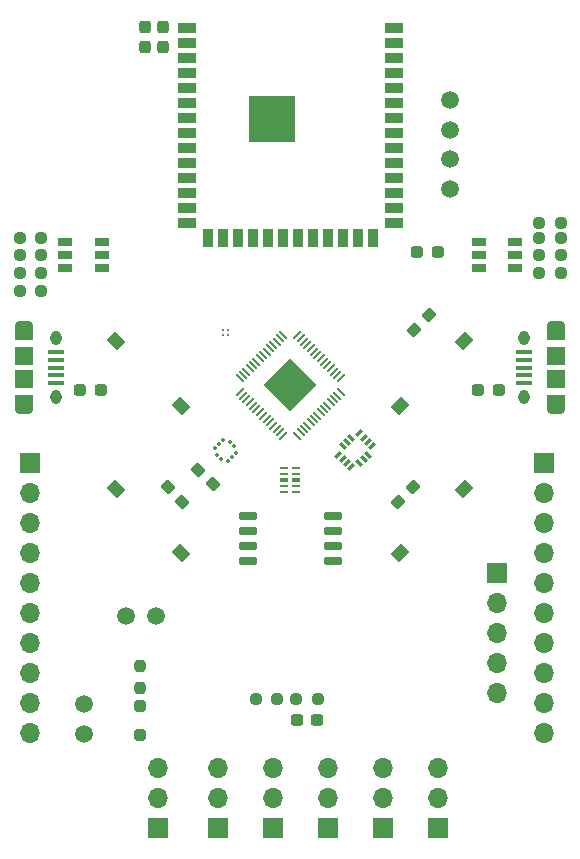
<source format=gbr>
%TF.GenerationSoftware,KiCad,Pcbnew,8.0.2*%
%TF.CreationDate,2024-08-20T16:45:35-03:00*%
%TF.ProjectId,dough,646f7567-682e-46b6-9963-61645f706362,rev?*%
%TF.SameCoordinates,Original*%
%TF.FileFunction,Soldermask,Top*%
%TF.FilePolarity,Negative*%
%FSLAX46Y46*%
G04 Gerber Fmt 4.6, Leading zero omitted, Abs format (unit mm)*
G04 Created by KiCad (PCBNEW 8.0.2) date 2024-08-20 16:45:35*
%MOMM*%
%LPD*%
G01*
G04 APERTURE LIST*
G04 Aperture macros list*
%AMRoundRect*
0 Rectangle with rounded corners*
0 $1 Rounding radius*
0 $2 $3 $4 $5 $6 $7 $8 $9 X,Y pos of 4 corners*
0 Add a 4 corners polygon primitive as box body*
4,1,4,$2,$3,$4,$5,$6,$7,$8,$9,$2,$3,0*
0 Add four circle primitives for the rounded corners*
1,1,$1+$1,$2,$3*
1,1,$1+$1,$4,$5*
1,1,$1+$1,$6,$7*
1,1,$1+$1,$8,$9*
0 Add four rect primitives between the rounded corners*
20,1,$1+$1,$2,$3,$4,$5,0*
20,1,$1+$1,$4,$5,$6,$7,0*
20,1,$1+$1,$6,$7,$8,$9,0*
20,1,$1+$1,$8,$9,$2,$3,0*%
%AMRotRect*
0 Rectangle, with rotation*
0 The origin of the aperture is its center*
0 $1 length*
0 $2 width*
0 $3 Rotation angle, in degrees counterclockwise*
0 Add horizontal line*
21,1,$1,$2,0,0,$3*%
G04 Aperture macros list end*
%ADD10R,1.500000X0.900000*%
%ADD11R,0.900000X1.500000*%
%ADD12R,3.900000X3.900000*%
%ADD13C,1.500000*%
%ADD14R,1.300000X0.700000*%
%ADD15RoundRect,0.237500X0.287500X0.237500X-0.287500X0.237500X-0.287500X-0.237500X0.287500X-0.237500X0*%
%ADD16RoundRect,0.250000X0.250000X-0.250000X0.250000X0.250000X-0.250000X0.250000X-0.250000X-0.250000X0*%
%ADD17RoundRect,0.237500X0.250000X0.237500X-0.250000X0.237500X-0.250000X-0.237500X0.250000X-0.237500X0*%
%ADD18RoundRect,0.237500X-0.300000X-0.237500X0.300000X-0.237500X0.300000X0.237500X-0.300000X0.237500X0*%
%ADD19R,1.700000X1.700000*%
%ADD20O,1.700000X1.700000*%
%ADD21RoundRect,0.237500X0.044194X0.380070X-0.380070X-0.044194X-0.044194X-0.380070X0.380070X0.044194X0*%
%ADD22RoundRect,0.237500X-0.250000X-0.237500X0.250000X-0.237500X0.250000X0.237500X-0.250000X0.237500X0*%
%ADD23RoundRect,0.237500X-0.237500X0.300000X-0.237500X-0.300000X0.237500X-0.300000X0.237500X0.300000X0*%
%ADD24C,0.250000*%
%ADD25RotRect,1.250000X1.000000X45.000000*%
%ADD26RoundRect,0.050000X0.309359X-0.238649X-0.238649X0.309359X-0.309359X0.238649X0.238649X-0.309359X0*%
%ADD27RoundRect,0.050000X0.309359X0.238649X0.238649X0.309359X-0.309359X-0.238649X-0.238649X-0.309359X0*%
%ADD28RotRect,3.200000X3.200000X135.000000*%
%ADD29RotRect,1.250000X1.000000X315.000000*%
%ADD30C,1.498600*%
%ADD31RoundRect,0.237500X0.380070X-0.044194X-0.044194X0.380070X-0.380070X0.044194X0.044194X-0.380070X0*%
%ADD32RoundRect,0.150000X0.650000X0.150000X-0.650000X0.150000X-0.650000X-0.150000X0.650000X-0.150000X0*%
%ADD33RoundRect,0.237500X0.237500X-0.300000X0.237500X0.300000X-0.237500X0.300000X-0.237500X-0.300000X0*%
%ADD34RotRect,0.254000X0.279400X135.000000*%
%ADD35RotRect,0.254000X0.254000X45.000000*%
%ADD36R,1.350000X0.400000*%
%ADD37O,1.550000X0.890000*%
%ADD38R,1.550000X1.200000*%
%ADD39O,0.950000X1.250000*%
%ADD40R,1.550000X1.500000*%
%ADD41RoundRect,0.237500X-0.237500X0.250000X-0.237500X-0.250000X0.237500X-0.250000X0.237500X0.250000X0*%
%ADD42RoundRect,0.050000X-0.300000X-0.050000X0.300000X-0.050000X0.300000X0.050000X-0.300000X0.050000X0*%
%ADD43RoundRect,0.100000X-0.250000X-0.100000X0.250000X-0.100000X0.250000X0.100000X-0.250000X0.100000X0*%
%ADD44RotRect,0.675000X0.250000X225.000000*%
%ADD45RotRect,0.250000X0.675000X225.000000*%
G04 APERTURE END LIST*
D10*
%TO.C,U9*%
X114050000Y-37140000D03*
X114050000Y-38410000D03*
X114050000Y-39680000D03*
X114050000Y-40950000D03*
X114050000Y-42220000D03*
X114050000Y-43490000D03*
X114050000Y-44760000D03*
X114050000Y-46030000D03*
X114050000Y-47300000D03*
X114050000Y-48570000D03*
X114050000Y-49840000D03*
X114050000Y-51110000D03*
X114050000Y-52380000D03*
X114050000Y-53650000D03*
D11*
X115815000Y-54900000D03*
X117085000Y-54900000D03*
X118355000Y-54900000D03*
X119625000Y-54900000D03*
X120895000Y-54900000D03*
X122165000Y-54900000D03*
X123435000Y-54900000D03*
X124705000Y-54900000D03*
X125975000Y-54900000D03*
X127245000Y-54900000D03*
X128515000Y-54900000D03*
X129785000Y-54900000D03*
D10*
X131550000Y-53650000D03*
X131550000Y-52380000D03*
X131550000Y-51110000D03*
X131550000Y-49840000D03*
X131550000Y-48570000D03*
X131550000Y-47300000D03*
X131550000Y-46030000D03*
X131550000Y-44760000D03*
X131550000Y-43490000D03*
X131550000Y-42220000D03*
X131550000Y-40950000D03*
X131550000Y-39680000D03*
X131550000Y-38410000D03*
X131550000Y-37140000D03*
D12*
X121300000Y-44860000D03*
%TD*%
D13*
%TO.C,J1*%
X111470000Y-86970200D03*
X108930000Y-86970200D03*
%TD*%
D14*
%TO.C,D1*%
X106850000Y-57500000D03*
X106850000Y-56400000D03*
X106850000Y-55300000D03*
X103750000Y-55300000D03*
X103750000Y-56400000D03*
X103750000Y-57500000D03*
%TD*%
D13*
%TO.C,J13*%
X105329801Y-96965100D03*
X105329801Y-94425100D03*
%TD*%
D15*
%TO.C,D7*%
X135275000Y-56100000D03*
X133525000Y-56100000D03*
%TD*%
D16*
%TO.C,D10*%
X110100000Y-97050000D03*
X110100000Y-94550000D03*
%TD*%
D17*
%TO.C,R29*%
X145712500Y-56400000D03*
X143887500Y-56400000D03*
%TD*%
D18*
%TO.C,C7*%
X123337500Y-95700000D03*
X125062500Y-95700000D03*
%TD*%
D19*
%TO.C,J7*%
X126000000Y-104925000D03*
D20*
X126000000Y-102385000D03*
X126000000Y-99845000D03*
%TD*%
D19*
%TO.C,J6*%
X130650000Y-104925000D03*
D20*
X130650000Y-102385000D03*
X130650000Y-99845000D03*
%TD*%
D17*
%TO.C,R30*%
X145712500Y-54900000D03*
X143887500Y-54900000D03*
%TD*%
D19*
%TO.C,J12*%
X100800000Y-73975000D03*
D20*
X100800000Y-76515000D03*
X100800000Y-79055000D03*
X100800000Y-81595000D03*
X100800000Y-84135000D03*
X100800000Y-86675000D03*
X100800000Y-89215000D03*
X100800000Y-91755000D03*
X100800000Y-94295000D03*
X100800000Y-96835000D03*
%TD*%
D14*
%TO.C,D5*%
X138750000Y-55300000D03*
X138750000Y-56400000D03*
X138750000Y-57500000D03*
X141850000Y-57500000D03*
X141850000Y-56400000D03*
X141850000Y-55300000D03*
%TD*%
D21*
%TO.C,C25*%
X133159880Y-76040120D03*
X131940120Y-77259880D03*
%TD*%
D22*
%TO.C,R14*%
X99887500Y-54900000D03*
X101712500Y-54900000D03*
%TD*%
D17*
%TO.C,R31*%
X145712500Y-53650000D03*
X143887500Y-53650000D03*
%TD*%
D23*
%TO.C,C401*%
X112050000Y-37037500D03*
X112050000Y-38762500D03*
%TD*%
D19*
%TO.C,J4*%
X111600000Y-104925000D03*
D20*
X111600000Y-102385000D03*
X111600000Y-99845000D03*
%TD*%
D19*
%TO.C,J9*%
X116700000Y-104925000D03*
D20*
X116700000Y-102385000D03*
X116700000Y-99845000D03*
%TD*%
D24*
%TO.C,U7*%
X117100000Y-62700000D03*
X117500000Y-62700000D03*
X117100000Y-63100000D03*
X117500000Y-63100000D03*
%TD*%
D25*
%TO.C,SW4*%
X132059961Y-69140039D03*
X137540039Y-63659961D03*
%TD*%
D26*
%TO.C,U2*%
X123392202Y-71669157D03*
X123675045Y-71386314D03*
X123957887Y-71103472D03*
X124240730Y-70820629D03*
X124523573Y-70537786D03*
X124806415Y-70254944D03*
X125089258Y-69972101D03*
X125372101Y-69689258D03*
X125654944Y-69406415D03*
X125937786Y-69123573D03*
X126220629Y-68840730D03*
X126503472Y-68557887D03*
X126786314Y-68275045D03*
X127069157Y-67992202D03*
D27*
X127069157Y-66807798D03*
X126786314Y-66524955D03*
X126503472Y-66242113D03*
X126220629Y-65959270D03*
X125937786Y-65676427D03*
X125654944Y-65393585D03*
X125372101Y-65110742D03*
X125089258Y-64827899D03*
X124806415Y-64545056D03*
X124523573Y-64262214D03*
X124240730Y-63979371D03*
X123957887Y-63696528D03*
X123675045Y-63413686D03*
X123392202Y-63130843D03*
D26*
X122207798Y-63130843D03*
X121924955Y-63413686D03*
X121642113Y-63696528D03*
X121359270Y-63979371D03*
X121076427Y-64262214D03*
X120793585Y-64545056D03*
X120510742Y-64827899D03*
X120227899Y-65110742D03*
X119945056Y-65393585D03*
X119662214Y-65676427D03*
X119379371Y-65959270D03*
X119096528Y-66242113D03*
X118813686Y-66524955D03*
X118530843Y-66807798D03*
D27*
X118530843Y-67992202D03*
X118813686Y-68275045D03*
X119096528Y-68557887D03*
X119379371Y-68840730D03*
X119662214Y-69123573D03*
X119945056Y-69406415D03*
X120227899Y-69689258D03*
X120510742Y-69972101D03*
X120793585Y-70254944D03*
X121076427Y-70537786D03*
X121359270Y-70820629D03*
X121642113Y-71103472D03*
X121924955Y-71386314D03*
X122207798Y-71669157D03*
D28*
X122800000Y-67400000D03*
%TD*%
D29*
%TO.C,SW301*%
X108059961Y-63659961D03*
X113540039Y-69140039D03*
%TD*%
%TO.C,SW1*%
X108059961Y-76159961D03*
X113540039Y-81640039D03*
%TD*%
D30*
%TO.C,U11*%
X136308000Y-43271100D03*
X136308000Y-45760300D03*
X136308000Y-48249500D03*
X136308000Y-50738700D03*
%TD*%
D31*
%TO.C,C11*%
X112440120Y-76040120D03*
X113659880Y-77259880D03*
%TD*%
D19*
%TO.C,J8*%
X121350000Y-104925000D03*
D20*
X121350000Y-102385000D03*
X121350000Y-99845000D03*
%TD*%
D32*
%TO.C,U1*%
X126400000Y-82305000D03*
X126400000Y-81035000D03*
X126400000Y-79765000D03*
X126400000Y-78495000D03*
X119200000Y-78495000D03*
X119200000Y-79765000D03*
X119200000Y-81035000D03*
X119200000Y-82305000D03*
%TD*%
D33*
%TO.C,C405*%
X110540000Y-38762500D03*
X110540000Y-37037500D03*
%TD*%
D34*
%TO.C,U6*%
X116585609Y-73260837D03*
X116939163Y-73614391D03*
D35*
X117493042Y-73800147D03*
X117846594Y-73446594D03*
X118200147Y-73093042D03*
D34*
X118014391Y-72539163D03*
X117660837Y-72185609D03*
D35*
X117106958Y-71999853D03*
X116753406Y-72353406D03*
X116399853Y-72706958D03*
%TD*%
D31*
%TO.C,C18*%
X116234880Y-75759880D03*
X115015120Y-74540120D03*
%TD*%
D21*
%TO.C,C402*%
X134509880Y-61490120D03*
X133290120Y-62709880D03*
%TD*%
D15*
%TO.C,D8*%
X106775000Y-67800000D03*
X105025000Y-67800000D03*
%TD*%
D17*
%TO.C,R32*%
X145712500Y-57900000D03*
X143887500Y-57900000D03*
%TD*%
D22*
%TO.C,R28*%
X99887500Y-59400000D03*
X101712500Y-59400000D03*
%TD*%
D19*
%TO.C,J5*%
X135300000Y-104925000D03*
D20*
X135300000Y-102385000D03*
X135300000Y-99845000D03*
%TD*%
D15*
%TO.C,D9*%
X140475000Y-67800000D03*
X138725000Y-67800000D03*
%TD*%
D36*
%TO.C,J10*%
X142600000Y-67200000D03*
X142600000Y-66550000D03*
X142600000Y-65900000D03*
X142600000Y-65250000D03*
X142600000Y-64600000D03*
D37*
X145300000Y-69400000D03*
D38*
X145300000Y-68800000D03*
D39*
X142600000Y-68400000D03*
D40*
X145300000Y-66900000D03*
X145300000Y-64900000D03*
D39*
X142600000Y-63400000D03*
D38*
X145300000Y-63000000D03*
D37*
X145300000Y-62400000D03*
%TD*%
D22*
%TO.C,R16*%
X99887500Y-57900000D03*
X101712500Y-57900000D03*
%TD*%
%TO.C,R46*%
X119887500Y-94000000D03*
X121712500Y-94000000D03*
%TD*%
D19*
%TO.C,J2*%
X140300000Y-83325000D03*
D20*
X140300000Y-85865000D03*
X140300000Y-88405000D03*
X140300000Y-90945000D03*
X140300000Y-93485000D03*
%TD*%
D41*
%TO.C,R48*%
X110100000Y-91187500D03*
X110100000Y-93012500D03*
%TD*%
D22*
%TO.C,R15*%
X99887500Y-56400000D03*
X101712500Y-56400000D03*
%TD*%
D19*
%TO.C,J11*%
X144300000Y-73975000D03*
D20*
X144300000Y-76515000D03*
X144300000Y-79055000D03*
X144300000Y-81595000D03*
X144300000Y-84135000D03*
X144300000Y-86675000D03*
X144300000Y-89215000D03*
X144300000Y-91755000D03*
X144300000Y-94295000D03*
X144300000Y-96835000D03*
%TD*%
D42*
%TO.C,U10*%
X122300000Y-74400000D03*
X122300000Y-74900000D03*
D43*
X122300000Y-75400000D03*
D42*
X122300000Y-75900000D03*
X122300000Y-76400000D03*
X123300000Y-76400000D03*
X123300000Y-75900000D03*
D43*
X123300000Y-75400000D03*
D42*
X123300000Y-74900000D03*
X123300000Y-74400000D03*
%TD*%
D44*
%TO.C,U8*%
X129723052Y-72537608D03*
X129369499Y-72184054D03*
X129015946Y-71830501D03*
X128662392Y-71476948D03*
D45*
X127937608Y-71830501D03*
X127584054Y-72184054D03*
X127230501Y-72537608D03*
D44*
X126876948Y-73262392D03*
X127230501Y-73615946D03*
X127584054Y-73969499D03*
X127937608Y-74323052D03*
D45*
X128662392Y-73969499D03*
X129015946Y-73615946D03*
X129369499Y-73262392D03*
%TD*%
D25*
%TO.C,SW2*%
X132059961Y-81640039D03*
X137540039Y-76159961D03*
%TD*%
D36*
%TO.C,J3*%
X103000000Y-64600000D03*
X103000000Y-65250000D03*
X103000000Y-65900000D03*
X103000000Y-66550000D03*
X103000000Y-67200000D03*
D37*
X100300000Y-62400000D03*
D38*
X100300000Y-63000000D03*
D39*
X103000000Y-63400000D03*
D40*
X100300000Y-64900000D03*
X100300000Y-66900000D03*
D39*
X103000000Y-68400000D03*
D38*
X100300000Y-68800000D03*
D37*
X100300000Y-69400000D03*
%TD*%
D22*
%TO.C,R47*%
X123287500Y-94000000D03*
X125112500Y-94000000D03*
%TD*%
M02*

</source>
